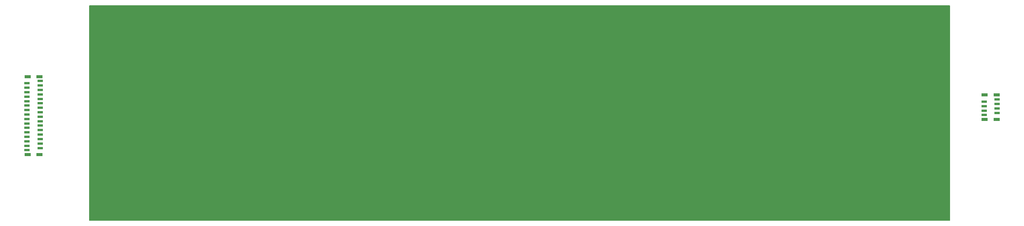
<source format=gbs>
G04 #@! TF.GenerationSoftware,KiCad,Pcbnew,6.0.8+dfsg-1~bpo11+1*
G04 #@! TF.CreationDate,2023-03-24T18:53:16-04:00*
G04 #@! TF.ProjectId,captouch_sensor_diamond_large_gaps,63617074-6f75-4636-985f-73656e736f72,rev?*
G04 #@! TF.SameCoordinates,Original*
G04 #@! TF.FileFunction,Soldermask,Bot*
G04 #@! TF.FilePolarity,Negative*
%FSLAX46Y46*%
G04 Gerber Fmt 4.6, Leading zero omitted, Abs format (unit mm)*
G04 Created by KiCad (PCBNEW 6.0.8+dfsg-1~bpo11+1) date 2023-03-24 18:53:16*
%MOMM*%
%LPD*%
G01*
G04 APERTURE LIST*
%ADD10C,0.150000*%
%ADD11R,1.200000X0.600000*%
%ADD12R,1.400000X0.800000*%
G04 APERTURE END LIST*
D10*
X63150000Y-55775000D02*
X255150000Y-55775000D01*
X255150000Y-55775000D02*
X255150000Y-103825000D01*
X255150000Y-103825000D02*
X63150000Y-103825000D01*
X63150000Y-103825000D02*
X63150000Y-55775000D01*
G36*
X63150000Y-55775000D02*
G01*
X255150000Y-55775000D01*
X255150000Y-103825000D01*
X63150000Y-103825000D01*
X63150000Y-55775000D01*
G37*
D11*
X52125000Y-72625000D03*
X49225000Y-73125000D03*
X52125000Y-73625000D03*
X49225000Y-74125000D03*
X52125000Y-74625000D03*
X49225000Y-75125000D03*
X52125000Y-75625000D03*
X49225000Y-76125000D03*
X52125000Y-76625000D03*
X49225000Y-77125000D03*
X52125000Y-77625000D03*
X49225000Y-78125000D03*
X52125000Y-78625000D03*
X49225000Y-79125000D03*
X52125000Y-79625000D03*
X49225000Y-80125000D03*
X52125000Y-80625000D03*
X49225000Y-81125000D03*
X52125000Y-81625000D03*
X49225000Y-82125000D03*
X52125000Y-82625000D03*
X49225000Y-83125000D03*
X52125000Y-83625000D03*
X49225000Y-84125000D03*
X52125000Y-84625000D03*
X49225000Y-85125000D03*
X52125000Y-85625000D03*
X49225000Y-86125000D03*
X52125000Y-86625000D03*
X49225000Y-87125000D03*
X52125000Y-87625000D03*
X49225000Y-88125000D03*
D12*
X52025000Y-71625000D03*
X49325000Y-71625000D03*
X52025000Y-89125000D03*
X49325000Y-89125000D03*
D11*
X265775000Y-76750000D03*
X262875000Y-77250000D03*
X265775000Y-77750000D03*
X262875000Y-78250000D03*
X265775000Y-78750000D03*
X262875000Y-79250000D03*
X265775000Y-79750000D03*
X262875000Y-80250000D03*
D12*
X265675000Y-75750000D03*
X262975000Y-75750000D03*
X265675000Y-81250000D03*
X262975000Y-81250000D03*
M02*

</source>
